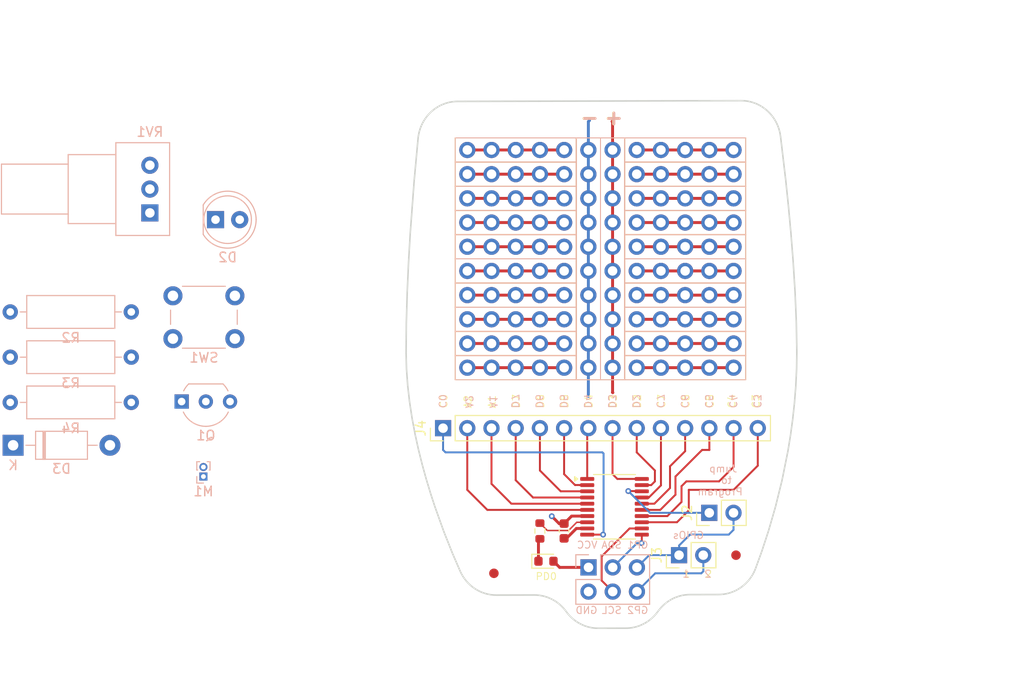
<source format=kicad_pcb>
(kicad_pcb (version 20241229) (generator "pcbnew") (generator_version "9.0")
  (layers (0 "F.Cu" signal) (2 "B.Cu" signal) (13 "F.Paste" user) (15 "B.Paste" user) (5 "F.SilkS" user "F.Silkscreen") (7 "B.SilkS" user "B.Silkscreen") (1 "F.Mask" user) (3 "B.Mask" user) (25 "Edge.Cuts" user))
  (net 0 "")
  (net 1 "GND")
  (net 2 "VCC")
  (net 3 "Net-(D1-K)")
  (net 4 "Net-(D2-K)")
  (net 5 "Net-(J1-GPIO1)")
  (net 6 "Net-(D3-A)")
  (net 7 "/PC0")
  (net 8 "/PA1")
  (net 9 "/PA2")
  (net 10 "/PD5")
  (net 11 "/PD4")
  (net 12 "/PD7")
  (net 13 "/PD6")
  (net 14 "/PD2")
  (net 15 "/PD3")
  (net 16 "/PC7")
  (net 17 "/PC5")
  (net 18 "/PC4")
  (net 19 "/PC6")
  (net 20 "/PC3")
  (net 21 "row1")
  (net 22 "row2")
  (net 23 "row3")
  (net 24 "row11")
  (net 25 "/PC2")
  (net 26 "/PC1")
  (net 27 "/PD1")
  (net 28 "Net-(Q1-B)")
  (net 29 "/PD0")
  (footprint "Capacitor_SMD:C_0603_1608Metric" (layer "F.Cu") (at 139.7 117.475 90)
    (property "Reference" "C1" (hide yes))
    (property "Value" "100 nF" (hide yes))
  )
  (footprint "Library:PinHeader_1x10_P2.54mm_Vertical" (layer "F.Cu") (at 144.785 77.47)
    (property "Reference" "REF**" (hide yes))
    (property "Value" "PinHeader_1x10_P2.54mm_Vertical" (hide yes))
  )
  (footprint "Library:PinHeader_1x05_P2.54mm_Row" (layer "F.Cu") (at 129.545 87.63 90)
    (property "Reference" "REF**" (hide yes))
    (property "Value" "PinHeader_1x05_P2.54mm_Row" (hide yes))
  )
  (footprint "Library:PinHeader_1x05_P2.54mm_Row" (layer "F.Cu") (at 157.48 90.17 -90)
    (property "Reference" "REF**" (hide yes))
    (property "Value" "PinHeader_1x05_P2.54mm_Row" (hide yes))
  )
  (footprint "Library:PinHeader_1x05_P2.54mm_Row" (layer "F.Cu") (at 129.545 77.47 90)
    (property "Reference" "REF**" (hide yes))
    (property "Value" "PinHeader_1x05_P2.54mm_Row" (hide yes))
  )
  (footprint "Library:PinHeader_1x05_P2.54mm_Row" (layer "F.Cu") (at 157.48 77.47 -90)
    (property "Reference" "REF**" (hide yes))
    (property "Value" "PinHeader_1x05_P2.54mm_Row" (hide yes))
  )
  (footprint "Library:PinHeader_1x05_P2.54mm_Row" (layer "F.Cu") (at 129.545 92.71 90)
    (property "Reference" "REF**" (hide yes))
    (property "Value" "PinHeader_1x05_P2.54mm_Row" (hide yes))
  )
  (footprint "Connector_PinHeader_2.54mm:PinHeader_1x02_P2.54mm_Vertical" (layer "F.Cu") (at 154.935 115.57 90)
    (property "Reference" "J2")
    (property "Value" "Programming: Jump Me")
  )
  (footprint "Library:PinHeader_1x05_P2.54mm_Row" (layer "F.Cu") (at 157.48 80.01 -90)
    (property "Reference" "REF**" (hide yes))
    (property "Value" "PinHeader_1x05_P2.54mm_Row" (hide yes))
  )
  (footprint "Library:PinHeader_1x05_P2.54mm_Row" (layer "F.Cu") (at 129.545 80.01 90)
    (property "Reference" "REF**" (hide yes))
    (property "Value" "PinHeader_1x05_P2.54mm_Row" (hide yes))
  )
  (footprint "Library:PinHeader_1x05_P2.54mm_Row" (layer "F.Cu") (at 157.48 97.79 -90)
    (property "Reference" "REF**" (hide yes))
    (property "Value" "PinHeader_1x05_P2.54mm_Row" (hide yes))
  )
  (footprint "Package_SO:TSSOP-20_4.4x6.5mm_P0.65mm" (layer "F.Cu") (at 144.9875 114.935)
    (property "Reference" "U1" (hide yes))
    (property "Value" "CH32V003FxPx" (hide yes))
  )
  (footprint "LED_SMD:LED_0603_1608Metric" (layer "F.Cu") (at 137.795 120.65)
    (property "Reference" "D1" (hide yes))
    (property "Value" "REC LED" (hide yes))
  )
  (footprint "Library:PinHeader_1x05_P2.54mm_Row" (layer "F.Cu") (at 129.545 100.33 90)
    (property "Reference" "REF**" (hide yes))
    (property "Value" "PinHeader_1x05_P2.54mm_Row" (hide yes))
  )
  (footprint "Library:PinHeader_1x05_P2.54mm_Row" (layer "F.Cu") (at 129.545 97.79 90)
    (property "Reference" "REF**" (hide yes))
    (property "Value" "PinHeader_1x05_P2.54mm_Row" (hide yes))
  )
  (footprint "Library:PinHeader_1x05_P2.54mm_Row" (layer "F.Cu") (at 157.48 87.63 -90)
    (property "Reference" "REF**" (hide yes))
    (property "Value" "PinHeader_1x05_P2.54mm_Row" (hide yes))
  )
  (footprint "Library:PinHeader_1x05_P2.54mm_Row" (layer "F.Cu") (at 157.48 82.55 -90)
    (property "Reference" "REF**" (hide yes))
    (property "Value" "PinHeader_1x05_P2.54mm_Row" (hide yes))
  )
  (footprint "Library:PinHeader_1x05_P2.54mm_Row" (layer "F.Cu") (at 129.545 95.25 90)
    (property "Reference" "REF**" (hide yes))
    (property "Value" "PinHeader_1x05_P2.54mm_Row" (hide yes))
  )
  (footprint "Library:PinHeader_1x10_P2.54mm_Vertical" (layer "F.Cu") (at 142.245 77.47)
    (property "Reference" "REF**" (hide yes))
    (property "Value" "PinHeader_1x10_P2.54mm_Vertical" (hide yes))
  )
  (footprint "Library:PinHeader_1x05_P2.54mm_Row" (layer "F.Cu") (at 157.48 95.25 -90)
    (property "Reference" "REF**" (hide yes))
    (property "Value" "PinHeader_1x05_P2.54mm_Row" (hide yes))
  )
  (footprint "Library:PinHeader_1x05_P2.54mm_Row" (layer "F.Cu") (at 157.48 100.33 -90)
    (property "Reference" "REF**" (hide yes))
    (property "Value" "PinHeader_1x05_P2.54mm_Row" (hide yes))
  )
  (footprint "Connector_PinHeader_2.54mm:PinHeader_1x14_P2.54mm_Vertical" (layer "F.Cu") (at 127 106.68 90)
    (property "Reference" "J4")
    (property "Value" "Jumpers")
  )
  (footprint "Library:PinHeader_1x05_P2.54mm_Row" (layer "F.Cu") (at 129.545 82.55 90)
    (property "Reference" "REF**" (hide yes))
    (property "Value" "PinHeader_1x05_P2.54mm_Row" (hide yes))
  )
  (footprint "Fiducial:Fiducial_1mm_Mask2mm" (layer "F.Cu") (at 132.334 121.92)
    (property "Reference" "FID1" (hide yes))
    (property "Value" "Fiducial" (hide yes))
  )
  (footprint "Resistor_SMD:R_0603_1608Metric" (layer "F.Cu") (at 137.16 117.475 90)
    (property "Reference" "R1" (hide yes))
    (property "Value" "1K" (hide yes))
  )
  (footprint "Library:PinHeader_1x05_P2.54mm_Row" (layer "F.Cu") (at 129.545 85.09 90)
    (property "Reference" "REF**" (hide yes))
    (property "Value" "PinHeader_1x05_P2.54mm_Row" (hide yes))
  )
  (footprint "Library:PinHeader_1x05_P2.54mm_Row" (layer "F.Cu") (at 157.48 85.09 -90)
    (property "Reference" "REF**" (hide yes))
    (property "Value" "PinHeader_1x05_P2.54mm_Row" (hide yes))
  )
  (footprint "Library:PinHeader_1x05_P2.54mm_Row" (layer "F.Cu") (at 157.48 92.71 -90)
    (property "Reference" "REF**" (hide yes))
    (property "Value" "PinHeader_1x05_P2.54mm_Row" (hide yes))
  )
  (footprint "Fiducial:Fiducial_1mm_Mask2mm" (layer "F.Cu") (at 157.734 120.015)
    (property "Reference" "FID2" (hide yes))
    (property "Value" "Fiducial" (hide yes))
  )
  (footprint "Connector_PinHeader_2.54mm:PinHeader_1x02_P2.54mm_Vertical" (layer "F.Cu") (at 151.76 120.015 90)
    (property "Reference" "J3")
    (property "Value" "GPIOs")
  )
  (footprint "Library:PinHeader_1x05_P2.54mm_Row" (layer "F.Cu") (at 129.545 90.17 90)
    (property "Reference" "REF**" (hide yes))
    (property "Value" "PinHeader_1x05_P2.54mm_Row" (hide yes))
  )
  (footprint "Potentiometer_THT:Potentiometer_Alps_RK09Y11_Single_Horizontal" (layer "B.Cu") (at 96.236 84.076)
    (property "Reference" "RV1")
    (property "Value" "10K")
  )
  (footprint "Resistor_THT:R_Axial_DIN0309_L9.0mm_D3.2mm_P12.70mm_Horizontal" (layer "B.Cu") (at 81.586 103.976)
    (property "Reference" "R4")
    (property "Value" "1K")
  )
  (footprint "Diode_THT:D_DO-41_SOD81_P10.16mm_Horizontal" (layer "B.Cu") (at 81.886 108.476)
    (property "Reference" "D3")
    (property "Value" "1N4001")
  )
  (footprint "Resistor_THT:R_Axial_DIN0309_L9.0mm_D3.2mm_P12.70mm_Horizontal" (layer "B.Cu") (at 81.586 99.226)
    (property "Reference" "R3")
    (property "Value" "10K")
  )
  (footprint "Resistor_THT:R_Axial_DIN0309_L9.0mm_D3.2mm_P12.70mm_Horizontal" (layer "B.Cu") (at 81.586 94.476)
    (property "Reference" "R2")
    (property "Value" "220R")
  )
  (footprint "Button_Switch_THT:SW_PUSH_6mm" (layer "B.Cu") (at 98.656 97.282)
    (property "Reference" "SW1")
    (property "Value" "SW_Push")
  )
  (footprint "Connector_PinHeader_1.00mm:PinHeader_1x02_P1.00mm_Vertical" (layer "B.Cu") (at 101.854 111.76)
    (property "Reference" "M1")
    (property "Value" "Vibro Motor PWM")
  )
  (footprint "LED_THT:LED_D5.0mm" (layer "B.Cu") (at 103.124 84.786)
    (property "Reference" "D2")
    (property "Value" "METRO LED")
  )
  (footprint "Connector_PinHeader_2.54mm:PinHeader_2x03_P2.54mm_Vertical" (layer "B.Cu") (at 142.26 121.3 -90)
    (property "Reference" "J1" (hide yes))
    (property "Value" "Simple_Addon_v2" (hide yes))
  )
  (footprint "Package_TO_SOT_THT:TO-92_Inline_Wide" (layer "B.Cu") (at 99.568 103.886)
    (property "Reference" "Q1")
    (property "Value" "2N2222 (NPN)")
  )
  (gr_poly (pts (xy 158.459941 72.293969) (xy 158.653203 72.30732) (xy 158.844173 72.329715) (xy 159.032635 72.360959) (xy 159.218371 72.400857) (xy 159.401163 72.449214) (xy 159.580794 72.505835) (xy 159.757046 72.570525) (xy 159.929701 72.64309) (xy 160.098542 72.723333) (xy 160.263351 72.811062) (xy 160.423911 72.906079) (xy 160.580005 73.008192) (xy 160.731414 73.117203) (xy 160.877921 73.23292) (xy 161.019308 73.355147) (xy 161.155358 73.483688) (xy 161.285854 73.618349) (xy 161.410577 73.758936) (xy 161.52931 73.905252) (xy 161.641836 74.057104) (xy 161.747937 74.214296) (xy 161.847395 74.376633) (xy 161.939993 74.54392) (xy 162.025514 74.715964) (xy 162.103739 74.892567) (xy 162.174451 75.073537) (xy 162.237433 75.258677) (xy 162.292466 75.447793) (xy 162.339334 75.640689) (xy 162.377819 75.837172) (xy 162.407703 76.037046) (xy 162.946338 80.577331) (xy 163.229136 83.289779) (xy 163.498952 86.210444) (xy 163.739313 89.274336) (xy 163.933743 92.416466) (xy 164.065768 95.571843) (xy 164.118911 98.675477) (xy 164.092185 100.505656) (xy 164.006197 102.303671) (xy 163.866677 104.064721) (xy 163.679358 105.784005) (xy 163.449971 107.456721) (xy 163.184249 109.078068) (xy 162.566727 112.147449) (xy 161.872647 114.953736) (xy 161.147864 117.458519) (xy 160.438234 119.623386) (xy 159.789611 121.409927) (xy 159.728103 121.562897) (xy 159.661437 121.712447) (xy 159.589744 121.858485) (xy 159.513158 122.000917) (xy 159.431811 122.139651) (xy 159.345836 122.274593) (xy 159.255365 122.405651) (xy 159.16053 122.532732) (xy 159.061465 122.655742) (xy 158.958301 122.77459) (xy 158.851171 122.889182) (xy 158.740208 122.999425) (xy 158.625545 123.105226) (xy 158.507313 123.206493) (xy 158.385645 123.303132) (xy 158.260674 123.395051) (xy 158.132533 123.482157) (xy 158.001353 123.564356) (xy 157.867268 123.641556) (xy 157.73041 123.713664) (xy 157.590911 123.780588) (xy 157.448904 123.842233) (xy 157.304522 123.898508) (xy 157.157897 123.949319) (xy 157.009161 123.994573) (xy 156.858448 124.034178) (xy 156.705889 124.068041) (xy 156.551617 124.096068) (xy 156.395764 124.118168) (xy 156.238464 124.134246) (xy 156.079849 124.14421) (xy 155.920051 124.147968) (xy 152.900209 124.154842) (xy 152.662741 124.1626) (xy 152.427488 124.184127) (xy 152.194944 124.219173) (xy 151.965603 124.267484) (xy 151.739957 124.328811) (xy 151.518501 124.402901) (xy 151.301727 124.489503) (xy 151.090129 124.588365) (xy 150.884201 124.699236) (xy 150.684436 124.821865) (xy 150.491327 124.956) (xy 150.305368 125.101389) (xy 150.127053 125.257781) (xy 149.956875 125.424925) (xy 149.795326 125.602569) (xy 149.642902 125.790462) (xy 149.450305 126.045963) (xy 149.297836 126.234486) (xy 149.136179 126.412675) (xy 148.965841 126.58028) (xy 148.787332 126.737048) (xy 148.60116 126.882729) (xy 148.407834 127.017072) (xy 148.207863 127.139824) (xy 148.001755 127.250736) (xy 147.790018 127.349554) (xy 147.573162 127.436029) (xy 147.351696 127.509909) (xy 147.126126 127.570943) (xy 146.896964 127.618879) (xy 146.664716 127.653467) (xy 146.429892 127.674454) (xy 146.193 127.68159) (xy 143.287164 127.689689) (xy 143.040016 127.682801) (xy 142.795199 127.660956) (xy 142.553273 127.624437) (xy 142.314796 127.573529) (xy 142.080327 127.508515) (xy 141.850426 127.429679) (xy 141.62565 127.337304) (xy 141.40656 127.231675) (xy 141.193714 127.113075) (xy 140.987671 126.981788) (xy 140.78899 126.838097) (xy 140.59823 126.682287) (xy 140.41595 126.514641) (xy 140.242709 126.335443) (xy 140.079065 126.144977) (xy 139.925578 125.943527) (xy 139.772699 125.742083) (xy 139.609581 125.551622) (xy 139.436785 125.372429) (xy 139.254869 125.204787) (xy 139.064393 125.048981) (xy 138.865914 124.905292) (xy 138.659992 124.774007) (xy 138.447187 124.655407) (xy 138.228056 124.549778) (xy 138.00316 124.457402) (xy 137.773056 124.378564) (xy 137.538304 124.313547) (xy 137.299462 124.262635) (xy 137.057091 124.226112) (xy 136.811748 124.204262) (xy 136.563993 124.197368) (xy 132.593954 124.208324) (xy 132.291316 124.197791) (xy 131.993015 124.165091) (xy 131.700002 124.110825) (xy 131.413227 124.035597) (xy 131.133641 123.940009) (xy 130.862194 123.824662) (xy 130.599837 123.690161) (xy 130.34752 123.537106) (xy 130.106194 123.3661) (xy 129.876809 123.177746) (xy 129.660316 122.972647) (xy 129.457666 122.751404) (xy 129.269808 122.514619) (xy 129.097694 122.262896) (xy 128.942274 121.996837) (xy 128.804499 121.717044) (xy 127.998353 119.852769) (xy 127.092416 117.575318) (xy 126.150226 114.948175) (xy 125.685392 113.523308) (xy 125.235322 112.034825) (xy 124.807959 110.49066) (xy 124.411245 108.89875) (xy 124.053121 107.267031) (xy 123.741532 105.603436) (xy 123.484418 103.915903) (xy 123.289723 102.212366) (xy 123.165389 100.500761) (xy 123.119358 98.789024) (xy 123.147206 95.621085) (xy 123.237102 92.43914) (xy 123.376532 89.300154) (xy 123.552979 86.261091) (xy 123.966861 80.710592) (xy 124.378622 76.243357) (xy 124.403695 76.0389) (xy 124.437707 75.837747) (xy 124.480436 75.640105) (xy 124.53166 75.446183) (xy 124.591158 75.256189) (xy 124.658707 75.07033) (xy 124.734087 74.888814) (xy 124.817076 74.71185) (xy 124.907452 74.539645) (xy 125.004994 74.372407) (xy 125.109479 74.210343) (xy 125.220687 74.053663) (xy 125.338396 73.902573) (xy 125.462383 73.757281) (xy 125.592428 73.617996) (xy 125.728309 73.484925) (xy 125.869804 73.358277) (xy 126.016692 73.238258) (xy 126.168751 73.125077) (xy 126.325759 73.018943) (xy 126.487495 72.920062) (xy 126.653737 72.828642) (xy 126.824264 72.744892) (xy 126.998854 72.66902) (xy 127.177285 72.601232) (xy 127.359335 72.541738) (xy 127.544784 72.490745) (xy 127.733409 72.448461) (xy 127.92499 72.415094) (xy 128.119303 72.390851) (xy 128.316128 72.375941) (xy 128.515243 72.370572) (xy 158.264606 72.289856)) (stroke (width 0.165255)) (fill no) (layer "Edge.Cuts"))
  (gr_text "C6" (at 152.908 104.648 90) (layer "F.SilkS") (effects (font (size 0.75 0.75) (thickness 0.1)) (justify left bottom)))
  (gr_text "C4" (at 157.734 104.648 90) (layer "F.SilkS") (effects (font (size 0.75 0.75) (thickness 0.1)) (justify left bottom)))
  (gr_text "A1" (at 132.588 104.648 90) (layer "F.SilkS") (effects (font (size 0.75 0.75) (thickness 0.1)) (justify left bottom)))
  (gr_text "+" (at 143.764 74.93 0) (layer "F.SilkS") (effects (font (size 1.5 1.5) (thickness 0.3) (bold yes)) (justify left bottom)))
  (gr_text "D6" (at 137.668 104.648 90) (layer "F.SilkS") (effects (font (size 0.75 0.75) (thickness 0.1)) (justify left bottom)))
  (gr_text "C0" (at 127.508 104.648 90) (layer "F.SilkS") (effects (font (size 0.75 0.75) (thickness 0.1)) (justify left bottom)))
  (gr_text "-" (at 141.224 74.93 0) (layer "F.SilkS") (effects (font (size 1.5 1.5) (thickness 0.3) (bold yes)) (justify left bottom)))
  (gr_text "D2" (at 147.828 104.648 90) (layer "F.SilkS") (effects (font (size 0.75 0.75) (thickness 0.1)) (justify left bottom)))
  (gr_text "2\n" (at 154.432 122.428 0) (layer "F.SilkS") (effects (font (size 0.75 0.75) (thickness 0.1)) (justify left bottom)))
  (gr_text "C7" (at 150.368 104.648 90) (layer "F.SilkS") (effects (font (size 0.75 0.75) (thickness 0.1)) (justify left bottom)))
  (gr_text "D7" (at 135.128 104.648 90) (layer "F.SilkS") (effects (font (size 0.75 0.75) (thickness 0.1)) (justify left bottom)))
  (gr_text "C5\n" (at 155.448 104.648 90) (layer "F.SilkS") (effects (font (size 0.75 0.75) (thickness 0.1)) (justify left bottom)))
  (gr_text "D5" (at 140.208 104.648 90) (layer "F.SilkS") (effects (font (size 0.75 0.75) (thickness 0.1)) (justify left bottom)))
  (gr_text "D4" (at 142.748 104.648 90) (layer "F.SilkS") (effects (font (size 0.75 0.75) (thickness 0.1)) (justify left bottom)))
  (gr_text "D3" (at 145.288 104.648 90) (layer "F.SilkS") (effects (font (size 0.75 0.75) (thickness 0.1)) (justify left bottom)))
  (gr_text "PD0" (at 136.652 122.682 0) (layer "F.SilkS") (effects (font (size 0.75 0.75) (thickness 0.1)) (justify left bottom)))
  (gr_text "C3" (at 160.274 104.648 90) (layer "F.SilkS") (effects (font (size 0.75 0.75) (thickness 0.1)) (justify left bottom)))
  (gr_text "1" (at 152.146 122.428 0) (layer "F.SilkS") (effects (font (size 0.75 0.75) (thickness 0.1)) (justify left bottom)))
  (gr_text "A2" (at 130.048 104.648 90) (layer "F.SilkS") (effects (font (size 0.75 0.75) (thickness 0.1)) (justify left bottom)))
  (gr_text "+" (at 146.05 74.93 0) (layer "B.SilkS") (effects (font (size 1.5 1.5) (thickness 0.3) (bold yes)) (justify left bottom mirror)))
  (gr_text "GP2\n" (at 148.59 126.238 0) (layer "B.SilkS") (effects (font (size 0.75 0.75) (thickness 0.1)) (justify left bottom mirror)))
  (gr_text "C4" (at 156.972 104.648 -90) (layer "B.SilkS") (effects (font (size 0.75 0.75) (thickness 0.1)) (justify left bottom mirror)))
  (gr_text "C5\n" (at 154.432 104.648 -90) (layer "B.SilkS") (effects (font (size 0.75 0.75) (thickness 0.1)) (justify left bottom mirror)))
  (gr_text "A1" (at 131.826 104.648 -90) (layer "B.SilkS") (effects (font (size 0.75 0.75) (thickness 0.1)) (justify left bottom mirror)))
  (gr_text "C6" (at 151.892 104.648 -90) (layer "B.SilkS") (effects (font (size 0.75 0.75) (thickness 0.1)) (justify left bottom mirror)))
  (gr_text "GND\n" (at 143.256 126.238 0) (layer "B.SilkS") (effects (font (size 0.75 0.75) (thickness 0.1)) (justify left bottom mirror)))
  (gr_text "SDA" (at 145.796 119.38 0) (layer "B.SilkS") (effects (font (size 0.75 0.75) (thickness 0.1)) (justify left bottom mirror)))
  (gr_text "C0" (at 126.492 104.648 -90) (layer "B.SilkS") (effects (font (size 0.75 0.75) (thickness 0.1)) (justify left bottom mirror)))
  (gr_text "A2" (at 129.286 104.648 -90) (layer "B.SilkS") (effects (font (size 0.75 0.75) (thickness 0.1)) (justify left bottom mirror)))
  (gr_text "1" (at 152.908 122.428 0) (layer "B.SilkS") (effects (font (size 0.75 0.75) (thickness 0.1)) (justify left bottom mirror)))
  (gr_text "C7" (at 149.352 104.648 -90) (layer "B.SilkS") (effects (font (size 0.75 0.75) (thickness 0.1)) (justify left bottom mirror)))
  (gr_text "GP1\n" (at 148.59 119.38 0) (layer "B.SilkS") (effects (font (size 0.75 0.75) (thickness 0.1)) (justify left bottom mirror)))
  (gr_text "D3" (at 144.272 104.648 -90) (layer "B.SilkS") (effects (font (size 0.75 0.75) (thickness 0.1)) (justify left bottom mirror)))
  (gr_text "VCC\n" (at 143.256 119.38 0) (layer "B.SilkS") (effects (font (size 0.75 0.75) (thickness 0.1)) (justify left bottom mirror)))
  (gr_text "-" (at 143.51 74.93 0) (layer "B.SilkS") (effects (font (size 1.5 1.5) (thickness 0.3) (bold yes)) (justify left bottom mirror)))
  (gr_text "SCL" (at 145.796 126.238 0) (layer "B.SilkS") (effects (font (size 0.75 0.75) (thickness 0.1)) (justify left bottom mirror)))
  (gr_text "D4" (at 141.732 104.648 -90) (layer "B.SilkS") (effects (font (size 0.75 0.75) (thickness 0.1)) (justify left bottom mirror)))
  (gr_text "D2" (at 146.812 104.648 -90) (layer "B.SilkS") (effects (font (size 0.75 0.75) (thickness 0.1)) (justify left bottom mirror)))
  (gr_text "D6" (at 136.652 104.648 -90) (layer "B.SilkS") (effects (font (size 0.75 0.75) (thickness 0.1)) (justify left bottom mirror)))
  (gr_text "C3" (at 159.512 104.648 -90) (layer "B.SilkS") (effects (font (size 0.75 0.75) (thickness 0.1)) (justify left bottom mirror)))
  (gr_text "GPIOs" (at 154.432 118.364 0) (layer "B.SilkS") (effects (font (size 0.75 0.75) (thickness 0.1)) (justify left bottom mirror)))
  (gr_text "2" (at 155.194 122.428 0) (layer "B.SilkS") (effects (font (size 0.75 0.75) (thickness 0.1)) (justify left bottom mirror)))
  (gr_text "D5" (at 139.192 104.648 -90) (layer "B.SilkS") (effects (font (size 0.75 0.75) (thickness 0.1)) (justify left bottom mirror)))
  (gr_text "D7" (at 134.112 104.648 -90) (layer "B.SilkS") (effects (font (size 0.75 0.75) (thickness 0.1)) (justify left bottom mirror)))
  (gr_text " Jump\n  to\nProgram" (at 158.496 113.792 0) (layer "B.SilkS") (effects (font (size 0.75 0.75) (thickness 0.1)) (justify left bottom mirror)))
  (segment (start 152.4 92.71) (end 149.86 92.71) (width 0.3048) (layer "F.Cu") (net 0))
  (segment (start 129.545 97.79) (end 132.085 97.79) (width 0.3048) (layer "F.Cu") (net 0))
  (segment (start 157.48 97.79) (end 154.94 97.79) (width 0.3048) (layer "F.Cu") (net 0))
  (segment (start 134.625 97.79) (end 137.165 97.79) (width 0.3048) (layer "F.Cu") (net 0))
  (segment (start 154.94 82.55) (end 152.4 82.55) (width 0.3048) (layer "F.Cu") (net 0))
  (segment (start 147.32 87.63) (end 149.86 87.63) (width 0.3048) (layer "F.Cu") (net 0))
  (segment (start 147.32 80.01) (end 149.86 80.01) (width 0.3048) (layer "F.Cu") (net 0))
  (segment (start 132.085 92.71) (end 134.625 92.71) (width 0.3048) (layer "F.Cu") (net 0))
  (segment (start 139.705 95.25) (end 137.165 95.25) (width 0.3048) (layer "F.Cu") (net 0))
  (segment (start 152.4 87.63) (end 149.86 87.63) (width 0.3048) (layer "F.Cu") (net 0))
  (segment (start 137.165 95.25) (end 134.625 95.25) (width 0.3048) (layer "F.Cu") (net 0))
  (segment (start 149.86 95.25) (end 152.4 95.25) (width 0.3048) (layer "F.Cu") (net 0))
  (segment (start 154.94 85.09) (end 157.48 85.09) (width 0.3048) (layer "F.Cu") (net 0))
  (segment (start 147.32 100.33) (end 149.86 100.33) (width 0.3048) (layer "F.Cu") (net 0))
  (segment (start 152.4 95.25) (end 154.94 95.25) (width 0.3048) (layer "F.Cu") (net 0))
  (segment (start 132.085 90.17) (end 129.545 90.17) (width 0.3048) (layer "F.Cu") (net 0))
  (segment (start 154.94 95.25) (end 157.48 95.25) (width 0.3048) (layer "F.Cu") (net 0))
  (segment (start 132.085 95.25) (end 129.545 95.25) (width 0.3048) (layer "F.Cu") (net 0))
  (segment (start 139.705 90.17) (end 137.165 90.17) (width 0.3048) (layer "F.Cu") (net 0))
  (segment (start 149.86 92.71) (end 147.32 92.71) (width 0.3048) (layer "F.Cu") (net 0))
  (segment (start 152.4 100.33) (end 154.94 100.33) (width 0.3048) (layer "F.Cu") (net 0))
  (segment (start 129.545 87.63) (end 132.085 87.63) (width 0.3048) (layer "F.Cu") (net 0))
  (segment (start 129.545 92.71) (end 132.085 92.71) (width 0.3048) (layer "F.Cu") (net 0))
  (segment (start 137.165 85.09) (end 134.625 85.09) (width 0.3048) (layer "F.Cu") (net 0))
  (segment (start 132.085 85.09) (end 129.545 85.09) (width 0.3048) (layer "F.Cu") (net 0))
  (segment (start 152.4 97.79) (end 154.94 97.79) (width 0.3048) (layer "F.Cu") (net 0))
  (segment (start 157.48 92.71) (end 154.94 92.71) (width 0.3048) (layer "F.Cu") (net 0))
  (segment (start 137.165 100.33) (end 134.625 100.33) (width 0.3048) (layer "F.Cu") (net 0))
  (segment (start 137.165 87.63) (end 139.705 87.63) (width 0.3048) (layer "F.Cu") (net 0))
  (segment (start 134.625 90.17) (end 132.085 90.17) (width 0.3048) (layer "F.Cu") (net 0))
  (segment (start 154.94 92.71) (end 152.4 92.71) (width 0.3048) (layer "F.Cu") (net 0))
  (segment (start 134.625 87.63) (end 137.165 87.63) (width 0.3048) (layer "F.Cu") (net 0))
  (segment (start 132.085 87.63) (end 134.625 87.63) (width 0.3048) (layer "F.Cu") (net 0))
  (segment (start 132.085 97.79) (end 134.625 97.79) (width 0.3048) (layer "F.Cu") (net 0))
  (segment (start 154.94 80.01) (end 157.48 80.01) (width 0.3048) (layer "F.Cu") (net 0))
  (segment (start 154.94 100.33) (end 157.48 100.33) (width 0.3048) (layer "F.Cu") (net 0))
  (segment (start 154.94 87.63) (end 152.4 87.63) (width 0.3048) (layer "F.Cu") (net 0))
  (segment (start 147.32 95.25) (end 149.86 95.25) (width 0.3048) (layer "F.Cu") (net 0))
  (segment (start 134.625 85.09) (end 132.085 85.09) (width 0.3048) (layer "F.Cu") (net 0))
  (segment (start 139.705 100.33) (end 137.165 100.33) (width 0.3048) (layer "F.Cu") (net 0))
  (segment (start 149.86 97.79) (end 147.32 97.79) (width 0.3048) (layer "F.Cu") (net 0))
  (segment (start 134.625 95.25) (end 132.085 95.25) (width 0.3048) (layer "F.Cu") (net 0))
  (segment (start 149.86 85.09) (end 152.4 85.09) (width 0.3048) (layer "F.Cu") (net 0))
  (segment (start 139.705 85.09) (end 137.165 85.09) (width 0.3048) (layer "F.Cu") (net 0))
  (segment (start 152.4 80.01) (end 154.94 80.01) (width 0.3048) (layer "F.Cu") (net 0))
  (segment (start 157.48 82.55) (end 154.94 82.55) (width 0.3048) (layer "F.Cu") (net 0))
  (segment (start 132.085 100.33) (end 129.545 100.33) (width 0.3048) (layer "F.Cu") (net 0))
  (segment (start 134.625 100.33) (end 132.085 100.33) (width 0.3048) (layer "F.Cu") (net 0))
  (segment (start 149.86 82.55) (end 147.32 82.55) (width 0.3048) (layer "F.Cu") (net 0))
  (segment (start 154.94 90.17) (end 157.48 90.17) (width 0.3048) (layer "F.Cu") (net 0))
  (segment (start 157.48 87.63) (end 154.94 87.63) (width 0.3048) (layer "F.Cu") (net 0))
  (segment (start 152.4 85.09) (end 154.94 85.09) (width 0.3048) (layer "F.Cu") (net 0))
  (segment (start 149.86 100.33) (end 152.4 100.33) (width 0.3048) (layer "F.Cu") (net 0))
  (segment (start 147.32 90.17) (end 149.86 90.17) (width 0.3048) (layer "F.Cu") (net 0))
  (segment (start 137.165 97.79) (end 139.705 97.79) (width 0.3048) (layer "F.Cu") (net 0))
  (segment (start 152.4 82.55) (end 149.86 82.55) (width 0.3048) (layer "F.Cu") (net 0))
  (segment (start 152.4 97.79) (end 149.86 97.79) (width 0.3048) (layer "F.Cu") (net 0))
  (segment (start 149.86 80.01) (end 152.4 80.01) (width 0.3048) (layer "F.Cu") (net 0))
  (segment (start 147.32 85.09) (end 149.86 85.09) (width 0.3048) (layer "F.Cu") (net 0))
  (segment (start 137.165 92.71) (end 139.705 92.71) (width 0.3048) (layer "F.Cu") (net 0))
  (segment (start 134.625 92.71) (end 137.165 92.71) (width 0.3048) (layer "F.Cu") (net 0))
  (segment (start 137.165 90.17) (end 134.625 90.17) (width 0.3048) (layer "F.Cu") (net 0))
  (segment (start 152.4 90.17) (end 149.86 90.17) (width 0.3048) (layer "F.Cu") (net 0))
  (segment (start 152.4 90.17) (end 154.94 90.17) (width 0.3048) (layer "F.Cu") (net 0))
  (segment (start 140.49 115.91) (end 139.7 116.7) (width 0.3048) (layer "F.Cu") (net 1))
  (segment (start 139.179 116.7) (end 138.4046 115.9256) (width 0.3048) (layer "F.Cu") (net 1))
  (segment (start 142.125 115.91) (end 140.49 115.91) (width 0.3048) (layer "F.Cu") (net 1))
  (segment (start 139.179 116.7) (end 139.7 116.7) (width 0.3048) (layer "F.Cu") (net 1))
  (via (at 138.4046 115.9256) (size 0.6) (drill 0.3) (layers "F.Cu" "B.Cu") (net 1))
  (segment (start 142.245 85.09) (end 142.245 87.63) (width 0.3048) (layer "B.Cu") (net 1))
  (segment (start 142.245 100.33) (end 142.245 103.3068) (width 0.3048) (layer "B.Cu") (net 1))
  (segment (start 142.245 77.47) (end 142.245 74.4932) (width 0.3048) (layer "B.Cu") (net 1))
  (segment (start 142.245 74.4932) (end 142.367 74.3712) (width 0.3048) (layer "B.Cu") (net 1))
  (segment (start 142.245 90.17) (end 142.245 92.71) (width 0.3048) (layer "B.Cu") (net 1))
  (segment (start 142.245 87.63) (end 142.245 90.17) (width 0.3048) (layer "B.Cu") (net 1))
  (segment (start 142.245 82.55) (end 142.245 85.09) (width 0.3048) (layer "B.Cu") (net 1))
  (segment (start 142.245 92.71) (end 142.245 95.25) (width 0.3048) (layer "B.Cu") (net 1))
  (segment (start 142.245 103.3068) (end 142.2654 103.3272) (width 0.3048) (layer "B.Cu") (net 1))
  (segment (start 142.245 80.01) (end 142.245 82.55) (width 0.3048) (layer "B.Cu") (net 1))
  (segment (start 142.245 103.3068) (end 142.2654 103.3272) (width 0.3048) (layer "B.Cu") (net 1))
  (segment (start 142.245 97.79) (end 142.245 100.33) (width 0.3048) (layer "B.Cu") (net 1))
  (segment (start 142.245 77.47) (end 142.245 80.01) (width 0.3048) (layer "B.Cu") (net 1))
  (segment (start 142.245 95.25) (end 142.245 97.79) (width 0.3048) (layer "B.Cu") (net 1))
  (segment (start 144.785 85.09) (end 144.785 82.55) (width 0.3048) (layer "F.Cu") (net 2))
  (segment (start 142.26 121.3) (end 139.2325 121.3) (width 0.3048) (layer "F.Cu") (net 2))
  (segment (start 144.785 87.63) (end 144.785 85.09) (width 0.3048) (layer "F.Cu") (net 2))
  (segment (start 144.785 97.79) (end 144.785 95.25) (width 0.3048) (layer "F.Cu") (net 2))
  (segment (start 144.785 102.9258) (end 144.8054 102.9462) (width 0.3048) (layer "F.Cu") (net 2))
  (segment (start 144.785 74.5286) (end 144.7292 74.4728) (width 0.3048) (layer "F.Cu") (net 2))
  (segment (start 144.785 100.33) (end 144.785 97.79) (width 0.3048) (layer "F.Cu") (net 2))
  (segment (start 144.785 77.47) (end 144.785 74.5286) (width 0.3048) (layer "F.Cu") (net 2))
  (segment (start 144.785 95.25) (end 144.785 92.71) (width 0.3048) (layer "F.Cu") (net 2))
  (segment (start 144.785 102.9258) (end 144.8054 102.9462) (width 0.3048) (layer "F.Cu") (net 2))
  (segment (start 144.785 100.33) (end 144.785 102.9258) (width 0.3048) (layer "F.Cu") (net 2))
  (segment (start 144.785 92.71) (end 144.785 90.17) (width 0.3048) (layer "F.Cu") (net 2))
  (segment (start 139.94617 118.25) (end 139.7 118.25) (width 0.3048) (layer "F.Cu") (net 2))
  (segment (start 144.785 90.17) (end 144.785 87.63) (width 0.3048) (layer "F.Cu") (net 2))
  (segment (start 140.98617 117.21) (end 139.94617 118.25) (width 0.3048) (layer "F.Cu") (net 2))
  (segment (start 144.785 80.01) (end 144.785 77.47) (width 0.3048) (layer "F.Cu") (net 2))
  (segment (start 144.785 82.55) (end 144.785 80.01) (width 0.3048) (layer "F.Cu") (net 2))
  (segment (start 142.125 117.21) (end 140.98617 117.21) (width 0.3048) (layer "F.Cu") (net 2))
  (segment (start 139.2325 121.3) (end 138.5825 120.65) (width 0.3048) (layer "F.Cu") (net 2))
  (segment (start 144.907 92.837) (end 144.785 92.959) (width 0.3048) (layer "B.Cu") (net 2))
  (segment (start 144.785 92.715) (end 144.907 92.837) (width 0.3048) (layer "B.Cu") (net 2))
  (segment (start 144.785 92.71) (end 144.785 92.715) (width 0.3048) (layer "B.Cu") (net 2))
  (segment (start 137.0075 120.65) (end 137.0075 118.4525) (width 0.3048) (layer "F.Cu") (net 3))
  (segment (start 137.0075 118.4525) (end 137.16 118.3) (width 0.3048) (layer "F.Cu") (net 3))
  (segment (start 147.34 121.3) (end 148.625 120.015) (width 0.2032) (layer "B.Cu") (net 5))
  (segment (start 156.972 117.856) (end 152.908 117.856) (width 0.2032) (layer "B.Cu") (net 5))
  (segment (start 157.475 115.57) (end 157.475 117.353) (width 0.2032) (layer "B.Cu") (net 5))
  (segment (start 152.908 117.856) (end 151.77 118.994) (width 0.2032) (layer "B.Cu") (net 5))
  (segment (start 148.625 120.015) (end 151.77 120.015) (width 0.2032) (layer "B.Cu") (net 5))
  (segment (start 151.77 118.994) (end 151.77 120.015) (width 0.2032) (layer "B.Cu") (net 5))
  (segment (start 157.475 117.353) (end 156.972 117.856) (width 0.2032) (layer "B.Cu") (net 5))
  (segment (start 143.7894 117.856) (end 142.129 117.856) (width 0.2032) (layer "F.Cu") (net 7))
  (segment (start 147.34 123.84) (end 147.609 123.571) (width 0.1524) (layer "F.Cu") (net 7))
  (segment (start 142.129 117.856) (end 142.125 117.86) (width 0.2032) (layer "F.Cu") (net 7))
  (via (at 143.7894 117.856) (size 0.6) (drill 0.3) (layers "F.Cu" "B.Cu") (net 7))
  (segment (start 154.31 121.7032) (end 154.31 120.015) (width 0.2032) (layer "B.Cu") (net 7))
  (segment (start 127.254 109.22) (end 127 108.966) (width 0.2032) (layer "B.Cu") (net 7))
  (segment (start 132.207 109.22) (end 127.254 109.22) (width 0.2032) (layer "B.Cu") (net 7))
  (segment (start 149.26 121.92) (end 154.0932 121.92) (width 0.2032) (layer "B.Cu") (net 7))
  (segment (start 143.8402 109.347) (end 143.8402 117.8052) (width 0.2032) (layer "B.Cu") (net 7))
  (segment (start 143.7132 109.22) (end 143.8402 109.347) (width 0.2032) (layer "B.Cu") (net 7))
  (segment (start 132.207 109.22) (end 143.7132 109.22) (width 0.2032) (layer "B.Cu") (net 7))
  (segment (start 154.0932 121.92) (end 154.31 121.7032) (width 0.2032) (layer "B.Cu") (net 7))
  (segment (start 127 108.966) (end 127 106.68) (width 0.2032) (layer "B.Cu") (net 7))
  (segment (start 147.34 123.84) (end 149.26 121.92) (width 0.2032) (layer "B.Cu") (net 7))
  (segment (start 143.8402 117.8052) (end 143.7894 117.856) (width 0.2032) (layer "B.Cu") (net 7))
  (segment (start 142.125 114.61) (end 134.168 114.61) (width 0.2032) (layer "F.Cu") (net 8))
  (segment (start 134.168 114.61) (end 132.08 112.522) (width 0.2032) (layer "F.Cu") (net 8))
  (segment (start 132.08 112.522) (end 132.08 106.68) (width 0.2032) (layer "F.Cu") (net 8))
  (segment (start 142.125 115.26) (end 131.643 115.26) (width 0.2032) (layer "F.Cu") (net 9))
  (segment (start 131.643 115.26) (end 129.54 113.157) (width 0.2032) (layer "F.Cu") (net 9))
  (segment (start 129.54 113.157) (end 129.54 106.68) (width 0.2032) (layer "F.Cu") (net 9))
  (segment (start 139.7 111.506) (end 139.7 106.68) (width 0.2032) (layer "F.Cu") (net 10))
  (segment (start 142.125 112.66) (end 141.387501 112.66) (width 0.2032) (layer "F.Cu") (net 10))
  (segment (start 141.376501 112.649) (end 140.843 112.649) (width 0.2032) (layer "F.Cu") (net 10))
  (segment (start 140.843 112.649) (end 139.7 111.506) (width 0.2032) (layer "F.Cu") (net 10))
  (segment (start 141.387501 112.66) (end 141.376501 112.649) (width 0.2032) (layer "F.Cu") (net 10))
  (segment (start 142.125 106.795) (end 142.24 106.68) (width 0.2032) (layer "F.Cu") (net 11))
  (segment (start 142.125 112.01) (end 142.125 106.795) (width 0.2032) (layer "F.Cu") (net 11))
  (segment (start 142.125 113.96) (end 136.439 113.96) (width 0.2032) (layer "F.Cu") (net 12))
  (segment (start 134.62 112.141) (end 134.62 106.68) (width 0.2032) (layer "F.Cu") (net 12))
  (segment (start 136.439 113.96) (end 134.62 112.141) (width 0.2032) (layer "F.Cu") (net 12))
  (segment (start 137.16 111.125) (end 137.16 106.68) (width 0.2032) (layer "F.Cu") (net 13))
  (segment (start 142.125 113.31) (end 139.345 113.31) (width 0.2032) (layer "F.Cu") (net 13))
  (segment (start 139.345 113.31) (end 137.16 111.125) (width 0.2032) (layer "F.Cu") (net 13))
  (segment (start 149.225 111.125) (end 147.32 109.22) (width 0.2032) (layer "F.Cu") (net 14))
  (segment (start 147.85 112.66) (end 148.833 112.66) (width 0.2032) (layer "F.Cu") (net 14))
  (segment (start 149.225 112.268) (end 149.225 111.125) (width 0.2032) (layer "F.Cu") (net 14))
  (segment (start 147.32 109.22) (end 147.32 106.68) (width 0.2032) (layer "F.Cu") (net 14))
  (segment (start 148.833 112.66) (end 149.225 112.268) (width 0.2032) (layer "F.Cu") (net 14))
  (segment (start 145.284 112.01) (end 144.78 111.506) (width 0.2032) (layer "F.Cu") (net 15))
  (segment (start 144.78 111.506) (end 144.78 106.68) (width 0.2032) (layer "F.Cu") (net 15))
  (segment (start 147.85 112.01) (end 145.284 112.01) (width 0.2032) (layer "F.Cu") (net 15))
  (segment (start 148.587499 113.96) (end 149.86 112.687499) (width 0.2032) (layer "F.Cu") (net 16))
  (segment (start 149.86 112.687499) (end 149.86 106.68) (width 0.2032) (layer "F.Cu") (net 16))
  (segment (start 147.85 113.96) (end 148.587499 113.96) (width 0.2032) (layer "F.Cu") (net 16))
  (segment (start 154.178 108.966) (end 154.94 108.966) (width 0.2032) (layer "F.Cu") (net 17))
  (segment (start 149.789 115.26) (end 151.384 113.665) (width 0.2032) (layer "F.Cu") (net 17))
  (segment (start 154.94 108.966) (end 154.94 106.68) (width 0.2032) (layer "F.Cu") (net 17))
  (segment (start 151.384 111.76) (end 154.178 108.966) (width 0.2032) (layer "F.Cu") (net 17))
  (segment (start 151.384 113.665) (end 151.384 111.76) (width 0.2032) (layer "F.Cu") (net 17))
  (segment (start 147.85 115.26) (end 149.789 115.26) (width 0.2032) (layer "F.Cu") (net 17))
  (segment (start 152.527 112.268) (end 155.956 112.268) (width 0.2032) (layer "F.Cu") (net 18))
  (segment (start 152.019 112.776) (end 152.527 112.268) (width 0.2032) (layer "F.Cu") (net 18))
  (segment (start 157.48 110.744) (end 157.48 106.68) (width 0.2032) (layer "F.Cu") (net 18))
  (segment (start 155.956 112.268) (end 157.48 110.744) (width 0.2032) (layer "F.Cu") (net 18))
  (segment (start 152.019 114.427) (end 152.019 112.776) (width 0.2032) (layer "F.Cu") (net 18))
  (segment (start 147.85 115.91) (end 150.536 115.91) (width 0.2032) (layer "F.Cu") (net 18))
  (segment (start 150.536 115.91) (end 152.019 114.427) (width 0.2032) (layer "F.Cu") (net 18))
  (segment (start 152.4 109.093) (end 152.4 106.68) (width 0.2032) (layer "F.Cu") (net 19))
  (segment (start 147.85 114.61) (end 149.169 114.61) (width 0.2032) (layer "F.Cu") (net 19))
  (segment (start 150.8125 112.9665) (end 150.8125 110.6805) (width 0.2032) (layer "F.Cu") (net 19))
  (segment (start 149.169 114.61) (end 150.8125 112.9665) (width 0.2032) (layer "F.Cu") (net 19))
  (segment (start 150.8125 110.6805) (end 152.4 109.093) (width 0.2032) (layer "F.Cu") (net 19))
  (segment (start 157.48 113.157) (end 160.02 110.617) (width 0.2032) (layer "F.Cu") (net 20))
  (segment (start 160.02 110.617) (end 160.02 106.68) (width 0.2032) (layer "F.Cu") (net 20))
  (segment (start 152.781 113.157) (end 157.48 113.157) (width 0.2032) (layer "F.Cu") (net 20))
  (segment (start 152.781 115.316) (end 152.781 113.157) (width 0.2032) (layer "F.Cu") (net 20))
  (segment (start 151.537 116.56) (end 152.781 115.316) (width 0.2032) (layer "F.Cu") (net 20))
  (segment (start 147.85 116.56) (end 151.537 116.56) (width 0.2032) (layer "F.Cu") (net 20))
  (segment (start 137.165 77.47) (end 139.705 77.47) (width 0.3048) (layer "F.Cu") (net 21))
  (segment (start 129.545 77.47) (end 132.085 77.47) (width 0.3048) (layer "F.Cu") (net 21))
  (segment (start 134.625 77.47) (end 137.165 77.47) (width 0.3048) (layer "F.Cu") (net 21))
  (segment (start 132.085 77.47) (end 134.625 77.47) (width 0.3048) (layer "F.Cu") (net 21))
  (segment (start 139.705 80.01) (end 137.165 80.01) (width 0.3048) (layer "F.Cu") (net 22))
  (segment (start 132.085 80.01) (end 129.545 80.01) (width 0.3048) (layer "F.Cu") (net 22))
  (segment (start 137.165 80.01) (end 134.625 80.01) (width 0.3048) (layer "F.Cu") (net 22))
  (segment (start 134.625 80.01) (end 132.085 80.01) (width 0.3048) (layer "F.Cu") (net 22))
  (segment (start 132.085 82.55) (end 134.625 82.55) (width 0.3048) (layer "F.Cu") (net 23))
  (segment (start 134.625 82.55) (end 137.165 82.55) (width 0.3048) (layer "F.Cu") (net 23))
  (segment (start 137.165 82.55) (end 139.705 82.55) (width 0.3048) (layer "F.Cu") (net 23))
  (segment (start 129.545 82.55) (end 132.085 82.55) (width 0.3048) (layer "F.Cu") (net 23))
  (segment (start 149.86 77.47) (end 147.32 77.47) (width 0.3048) (layer "F.Cu") (net 24))
  (segment (start 154.94 77.47) (end 152.4 77.47) (width 0.3048) (layer "F.Cu") (net 24))
  (segment (start 152.4 77.47) (end 149.86 77.47) (width 0.3048) (layer "F.Cu") (net 24))
  (segment (start 157.48 77.47) (end 154.94 77.47) (width 0.3048) (layer "F.Cu") (net 24))
  (segment (start 147.85 117.21) (end 146.569 117.21) (width 0.2032) (layer "F.Cu") (net 25))
  (segment (start 146.569 117.21) (end 143.637 120.142) (width 0.2032) (layer "F.Cu") (net 25))
  (segment (start 143.637 120.142) (end 143.637 122.677) (width 0.2032) (layer "F.Cu") (net 25))
  (segment (start 143.637 122.677) (end 144.8 123.84) (width 0.2032) (layer "F.Cu") (net 25))
  (segment (start 147.85 118.723) (end 147.828 118.745) (width 0.2032) (layer "F.Cu") (net 26))
  (segment (start 147.85 117.86) (end 147.85 118.723) (width 0.2032) (layer "F.Cu") (net 26))
  (via (at 147.828 118.745) (size 0.6) (drill 0.3) (layers "F.Cu" "B.Cu") (net 26))
  (segment (start 144.8 121.3) (end 147.355 118.745) (width 0.2032) (layer "B.Cu") (net 26))
  (segment (start 147.355 118.745) (end 147.828 118.745) (width 0.2032) (layer "B.Cu") (net 26))
  (segment (start 146.431 113.284) (end 147.824 113.284) (width 0.2032) (layer "F.Cu") (net 27))
  (segment (start 147.824 113.284) (end 147.85 113.31) (width 0.2032) (layer "F.Cu") (net 27))
  (via (at 146.431 113.284) (size 0.6) (drill 0.3) (layers "F.Cu" "B.Cu") (net 27))
  (segment (start 148.717 115.57) (end 146.431 113.284) (width 0.2032) (layer "B.Cu") (net 27))
  (segment (start 154.935 115.57) (end 148.717 115.57) (width 0.2032) (layer "B.Cu") (net 27))
  (segment (start 140.163838 117.4262) (end 137.9362 117.4262) (width 0.1524) (layer "F.Cu") (net 29))
  (segment (start 140.163838 117.4262) (end 141.030038 116.56) (width 0.1524) (layer "F.Cu") (net 29))
  (segment (start 141.030038 116.56) (end 142.125 116.56) (width 0.1524) (layer "F.Cu") (net 29))
  (segment (start 137.9362 117.4262) (end 137.16 116.65) (width 0.1524) (layer "F.Cu") (net 29))
)
</source>
